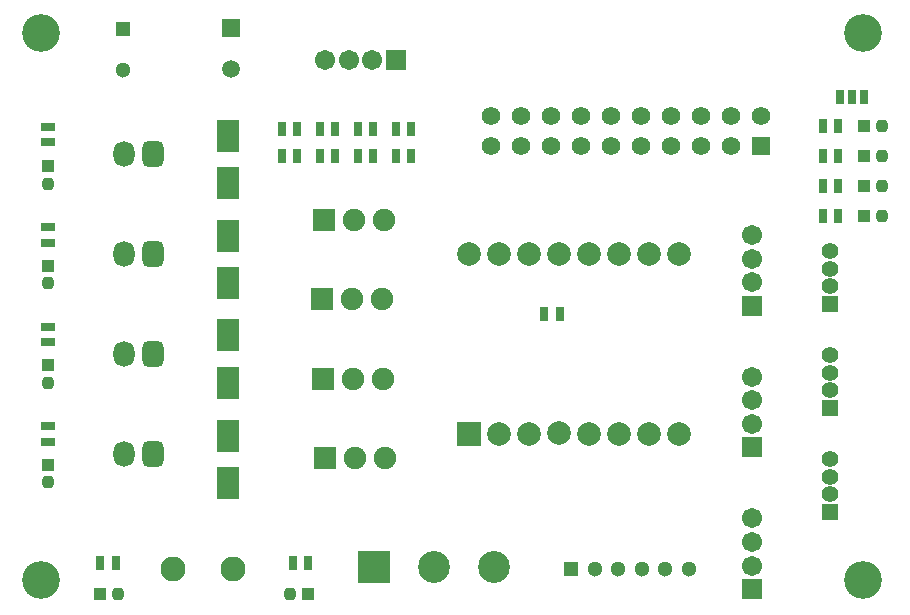
<source format=gts>
G04*
G04 #@! TF.GenerationSoftware,Altium Limited,Altium Designer,20.1.8 (145)*
G04*
G04 Layer_Color=8388736*
%FSLAX25Y25*%
%MOIN*%
G70*
G04*
G04 #@! TF.SameCoordinates,5DAE46FA-DCB4-4479-A142-53610109B6E0*
G04*
G04*
G04 #@! TF.FilePolarity,Negative*
G04*
G01*
G75*
%ADD25R,0.02769X0.04540*%
%ADD26R,0.03950X0.03950*%
G04:AMPARAMS|DCode=27|XSize=39.5mil|YSize=39.5mil|CornerRadius=11.87mil|HoleSize=0mil|Usage=FLASHONLY|Rotation=180.000|XOffset=0mil|YOffset=0mil|HoleType=Round|Shape=RoundedRectangle|*
%AMROUNDEDRECTD27*
21,1,0.03950,0.01575,0,0,180.0*
21,1,0.01575,0.03950,0,0,180.0*
1,1,0.02375,-0.00787,0.00787*
1,1,0.02375,0.00787,0.00787*
1,1,0.02375,0.00787,-0.00787*
1,1,0.02375,-0.00787,-0.00787*
%
%ADD27ROUNDEDRECTD27*%
%ADD28R,0.02769X0.04737*%
%ADD29R,0.07493X0.10642*%
%ADD30R,0.04540X0.02769*%
G04:AMPARAMS|DCode=31|XSize=39.5mil|YSize=39.5mil|CornerRadius=11.87mil|HoleSize=0mil|Usage=FLASHONLY|Rotation=90.000|XOffset=0mil|YOffset=0mil|HoleType=Round|Shape=RoundedRectangle|*
%AMROUNDEDRECTD31*
21,1,0.03950,0.01575,0,0,90.0*
21,1,0.01575,0.03950,0,0,90.0*
1,1,0.02375,0.00787,0.00787*
1,1,0.02375,0.00787,-0.00787*
1,1,0.02375,-0.00787,-0.00787*
1,1,0.02375,-0.00787,0.00787*
%
%ADD31ROUNDEDRECTD31*%
%ADD32R,0.03950X0.03950*%
%ADD33C,0.12611*%
%ADD34C,0.05918*%
%ADD35R,0.05918X0.05918*%
%ADD36C,0.06706*%
%ADD37R,0.06706X0.06706*%
%ADD38R,0.10642X0.10642*%
%ADD39C,0.10642*%
%ADD40R,0.07887X0.07887*%
%ADD41C,0.07887*%
%ADD42C,0.05524*%
%ADD43R,0.05524X0.05524*%
%ADD44C,0.06181*%
%ADD45R,0.06181X0.06181*%
%ADD46R,0.07493X0.07493*%
%ADD47C,0.07493*%
G04:AMPARAMS|DCode=48|XSize=86.74mil|YSize=70.99mil|CornerRadius=19.75mil|HoleSize=0mil|Usage=FLASHONLY|Rotation=270.000|XOffset=0mil|YOffset=0mil|HoleType=Round|Shape=RoundedRectangle|*
%AMROUNDEDRECTD48*
21,1,0.08674,0.03150,0,0,270.0*
21,1,0.04724,0.07099,0,0,270.0*
1,1,0.03950,-0.01575,-0.02362*
1,1,0.03950,-0.01575,0.02362*
1,1,0.03950,0.01575,0.02362*
1,1,0.03950,0.01575,-0.02362*
%
%ADD48ROUNDEDRECTD48*%
%ADD49O,0.07099X0.08674*%
%ADD50R,0.06706X0.06706*%
%ADD51C,0.08280*%
%ADD52C,0.05118*%
%ADD53R,0.05118X0.05118*%
%ADD54R,0.05118X0.05118*%
D25*
X274213Y164780D02*
D03*
X279331D02*
D03*
X186417Y101969D02*
D03*
X181299D02*
D03*
X279331Y144762D02*
D03*
X274213D02*
D03*
X279331Y134646D02*
D03*
X274213D02*
D03*
Y154664D02*
D03*
X279331D02*
D03*
X93768Y163625D02*
D03*
X98886D02*
D03*
X98886Y154793D02*
D03*
X93768D02*
D03*
X106410D02*
D03*
X111528D02*
D03*
X111528Y163625D02*
D03*
X106410D02*
D03*
X119051Y154793D02*
D03*
X124169D02*
D03*
X124169Y163625D02*
D03*
X119051D02*
D03*
X131693Y154793D02*
D03*
X136811D02*
D03*
X136811Y163625D02*
D03*
X131693D02*
D03*
X38386Y18898D02*
D03*
X33268D02*
D03*
X102559D02*
D03*
X97441D02*
D03*
D26*
X287992Y144762D02*
D03*
Y134646D02*
D03*
X287992Y164780D02*
D03*
X287992Y154664D02*
D03*
X33268Y8661D02*
D03*
X102559D02*
D03*
D27*
X293898Y144762D02*
D03*
Y134646D02*
D03*
X293898Y164780D02*
D03*
X293898Y154664D02*
D03*
X39173Y8661D02*
D03*
X96653D02*
D03*
D28*
X287795Y174443D02*
D03*
X283858D02*
D03*
X279921D02*
D03*
D29*
X75984Y161417D02*
D03*
Y145669D02*
D03*
Y61417D02*
D03*
Y45669D02*
D03*
Y79100D02*
D03*
Y94848D02*
D03*
Y112385D02*
D03*
Y128133D02*
D03*
D30*
X15748Y164370D02*
D03*
Y159252D02*
D03*
Y64584D02*
D03*
Y59466D02*
D03*
Y97654D02*
D03*
Y92536D02*
D03*
Y130922D02*
D03*
Y125804D02*
D03*
D31*
Y145473D02*
D03*
Y45866D02*
D03*
Y78937D02*
D03*
Y112205D02*
D03*
D32*
Y151378D02*
D03*
Y51772D02*
D03*
Y84842D02*
D03*
Y118110D02*
D03*
D33*
X287402Y195669D02*
D03*
Y13386D02*
D03*
X13386D02*
D03*
Y195669D02*
D03*
D34*
X76985Y183481D02*
D03*
D35*
Y197261D02*
D03*
D36*
X250394Y81102D02*
D03*
Y65354D02*
D03*
Y73228D02*
D03*
Y128347D02*
D03*
Y112598D02*
D03*
Y120472D02*
D03*
Y33858D02*
D03*
Y18110D02*
D03*
Y25984D02*
D03*
X108268Y186811D02*
D03*
X124016D02*
D03*
X116142D02*
D03*
D37*
X250394Y57480D02*
D03*
Y104724D02*
D03*
Y10236D02*
D03*
D38*
X124488Y17717D02*
D03*
D39*
X144488D02*
D03*
X164488D02*
D03*
D40*
X156339Y62126D02*
D03*
D41*
X166339D02*
D03*
X176339D02*
D03*
X196339D02*
D03*
X206339D02*
D03*
X216339D02*
D03*
X226339D02*
D03*
X156339Y122126D02*
D03*
X166339D02*
D03*
X176339D02*
D03*
X186339D02*
D03*
X196339D02*
D03*
X206339D02*
D03*
X216339D02*
D03*
X226339D02*
D03*
X186221Y62205D02*
D03*
D42*
X276378Y123015D02*
D03*
Y117109D02*
D03*
Y111204D02*
D03*
Y88352D02*
D03*
Y82447D02*
D03*
Y76541D02*
D03*
Y41879D02*
D03*
Y47784D02*
D03*
Y53690D02*
D03*
D43*
Y105298D02*
D03*
Y70636D02*
D03*
Y35973D02*
D03*
D44*
X163661Y167913D02*
D03*
X173661D02*
D03*
X183661D02*
D03*
X193661D02*
D03*
X203661D02*
D03*
X213661D02*
D03*
X223661D02*
D03*
X233661D02*
D03*
X243661D02*
D03*
X253661D02*
D03*
X163661Y157913D02*
D03*
X173661D02*
D03*
X183661D02*
D03*
X193661D02*
D03*
X203661D02*
D03*
X213661D02*
D03*
X223661D02*
D03*
X233661D02*
D03*
X243661D02*
D03*
D45*
X253661D02*
D03*
D46*
X107953Y133465D02*
D03*
X107323Y106955D02*
D03*
X107480Y80446D02*
D03*
X108268Y53937D02*
D03*
D47*
X117953Y133465D02*
D03*
X127953D02*
D03*
X117323Y106955D02*
D03*
X127323D02*
D03*
X117480Y80446D02*
D03*
X127480D02*
D03*
X118268Y53937D02*
D03*
X128268D02*
D03*
D48*
X50984Y155315D02*
D03*
Y55462D02*
D03*
Y88746D02*
D03*
Y122030D02*
D03*
D49*
X41142Y155315D02*
D03*
Y55462D02*
D03*
Y88746D02*
D03*
Y122030D02*
D03*
D50*
X131890Y186811D02*
D03*
D51*
X57583Y16862D02*
D03*
X77583D02*
D03*
D52*
X229528Y16929D02*
D03*
X221654D02*
D03*
X213779D02*
D03*
X205906D02*
D03*
X198031D02*
D03*
X40945Y183268D02*
D03*
D53*
X190157Y16929D02*
D03*
D54*
X40945Y197047D02*
D03*
M02*

</source>
